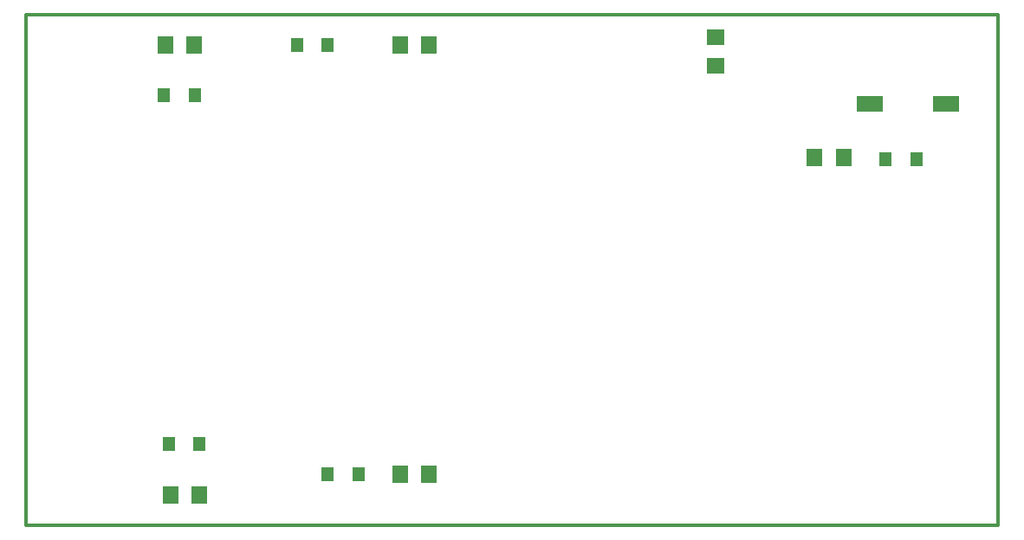
<source format=gbp>
G75*
%MOIN*%
%OFA0B0*%
%FSLAX24Y24*%
%IPPOS*%
%LPD*%
%AMOC8*
5,1,8,0,0,1.08239X$1,22.5*
%
%ADD10C,0.0120*%
%ADD11R,0.0472X0.0551*%
%ADD12R,0.0630X0.0709*%
%ADD13R,0.0984X0.0630*%
%ADD14R,0.0709X0.0630*%
D10*
X000160Y000160D02*
X037562Y000160D01*
X037562Y019845D01*
X000160Y019845D01*
X000160Y000160D01*
D11*
X005654Y003289D03*
X006835Y003289D03*
X011774Y002129D03*
X012955Y002129D03*
X033242Y014281D03*
X034423Y014281D03*
X011774Y018664D03*
X010593Y018664D03*
X006646Y016749D03*
X005465Y016749D03*
D12*
X005514Y018664D03*
X006617Y018664D03*
X014569Y018664D03*
X015672Y018664D03*
X030509Y014344D03*
X031612Y014344D03*
X015672Y002129D03*
X014569Y002129D03*
X006826Y001328D03*
X005723Y001328D03*
D13*
X032634Y016419D03*
X035548Y016419D03*
D14*
X026688Y017883D03*
X026688Y018985D03*
M02*

</source>
